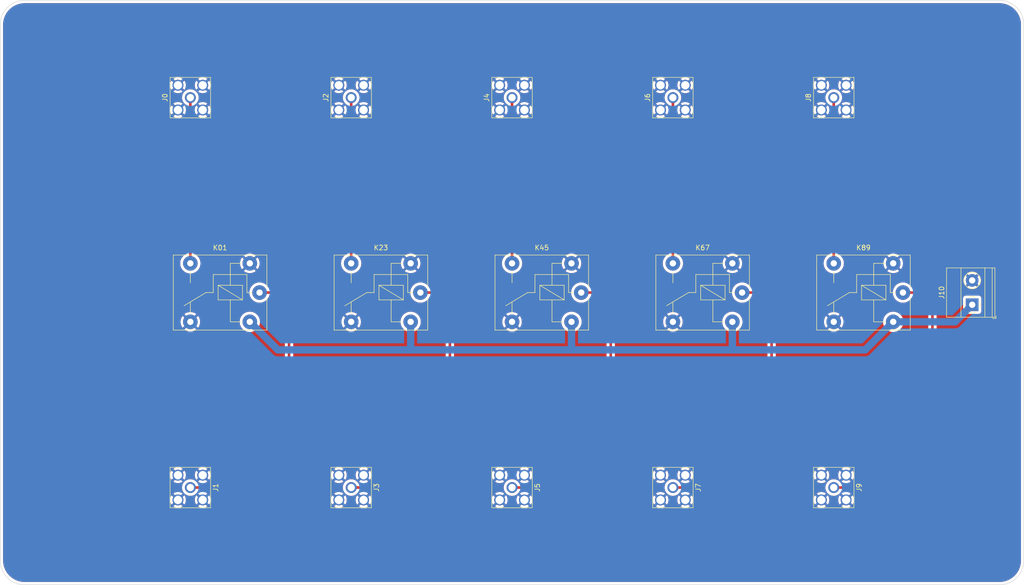
<source format=kicad_pcb>
(kicad_pcb (version 20211014) (generator pcbnew)
  (layers (0 "F.Cu" signal) (31 "B.Cu" signal) (34 "B.Paste" user) (35 "F.Paste" user) (36 "B.SilkS" user "B.Silkscreen") (37 "F.SilkS" user "F.Silkscreen") (38 "B.Mask" user) (39 "F.Mask" user) (44 "Edge.Cuts" user))
  (net 0 "")
  (net 1 "Net-(J0-Pad1)")
  (net 2 "GND")
  (net 3 "Net-(J1-Pad1)")
  (net 4 "Net-(J2-Pad1)")
  (net 5 "Net-(J3-Pad1)")
  (net 6 "Net-(J4-Pad1)")
  (net 7 "Net-(J5-Pad1)")
  (net 8 "Net-(J6-Pad1)")
  (net 9 "Net-(J7-Pad1)")
  (net 10 "Net-(J8-Pad1)")
  (net 11 "Net-(J9-Pad1)")
  (net 12 "+12V")
  (footprint "Connector_Coaxial:SMA_Amphenol_132203-12_Horizontal" (layer "F.Cu") (at 85.7 128.25 180)
    (fp_text reference "J1" (at -5.2 0 90) (layer "F.SilkS"))
    (fp_text value "SMA Connector")
    (fp_line (start -4.15 4.15) (end 4.15 4.15) (layer "F.SilkS") (width 0.12))
    (fp_line (start -4.15 -4.15) (end -4.15 4.15) (layer "F.SilkS") (width 0.12))
    (fp_line (start 4.15 -4.15) (end 4.15 4.15) (layer "F.SilkS") (width 0.12))
    (fp_line (start -4.15 -4.15) (end 4.15 -4.15) (layer "F.SilkS") (width 0.12))
    (pad "1" thru_hole circle (at 0 0 180) (size 2.25 2.25) (drill 1.5) (layers *.Cu *.Mask) (net 3 "Net-(J1-Pad1)"))
    (pad "2" thru_hole circle (at -2.54 -2.54 180) (size 2.25 2.25) (drill 1.7) (layers *.Cu *.Mask) (net 2 "GND"))
    (pad "2" thru_hole circle (at 2.54 2.54 270) (size 2.25 2.25) (drill 1.7) (layers *.Cu *.Mask) (net 2 "GND"))
    (pad "2" thru_hole circle (at 2.54 -2.54 180) (size 2.25 2.25) (drill 1.7) (layers *.Cu *.Mask) (net 2 "GND"))
    (pad "2" thru_hole circle (at -2.54 2.54 180) (size 2.25 2.25) (drill 1.7) (layers *.Cu *.Mask) (net 2 "GND"))
  )
  (footprint "Connector_Coaxial:SMA_Amphenol_132203-12_Horizontal" (layer "F.Cu") (at 151.7 128.25 180)
    (fp_text reference "J5" (at -5.2 0 90) (layer "F.SilkS"))
    (fp_text value "SMA Connector")
    (fp_line (start -4.15 4.15) (end 4.15 4.15) (layer "F.SilkS") (width 0.12))
    (fp_line (start -4.15 -4.15) (end -4.15 4.15) (layer "F.SilkS") (width 0.12))
    (fp_line (start 4.15 -4.15) (end 4.15 4.15) (layer "F.SilkS") (width 0.12))
    (fp_line (start -4.15 -4.15) (end 4.15 -4.15) (layer "F.SilkS") (width 0.12))
    (pad "1" thru_hole circle (at 0 0 180) (size 2.25 2.25) (drill 1.5) (layers *.Cu *.Mask) (net 7 "Net-(J5-Pad1)"))
    (pad "2" thru_hole circle (at -2.54 -2.54 180) (size 2.25 2.25) (drill 1.7) (layers *.Cu *.Mask) (net 2 "GND"))
    (pad "2" thru_hole circle (at 2.54 -2.54 180) (size 2.25 2.25) (drill 1.7) (layers *.Cu *.Mask) (net 2 "GND"))
    (pad "2" thru_hole circle (at -2.54 2.54 180) (size 2.25 2.25) (drill 1.7) (layers *.Cu *.Mask) (net 2 "GND"))
    (pad "2" thru_hole circle (at 2.54 2.54 270) (size 2.25 2.25) (drill 1.7) (layers *.Cu *.Mask) (net 2 "GND"))
  )
  (footprint "Connector_Coaxial:SMA_Amphenol_132203-12_Horizontal" (layer "F.Cu") (at 85.7 48.25)
    (fp_text reference "J0" (at -5.2 0 90) (layer "F.SilkS"))
    (fp_text value "SMA Connector")
    (fp_line (start -4.15 -4.15) (end -4.15 4.15) (layer "F.SilkS") (width 0.12))
    (fp_line (start -4.15 -4.15) (end 4.15 -4.15) (layer "F.SilkS") (width 0.12))
    (fp_line (start 4.15 -4.15) (end 4.15 4.15) (layer "F.SilkS") (width 0.12))
    (fp_line (start -4.15 4.15) (end 4.15 4.15) (layer "F.SilkS") (width 0.12))
    (pad "1" thru_hole circle (at 0 0) (size 2.25 2.25) (drill 1.5) (layers *.Cu *.Mask) (net 1 "Net-(J0-Pad1)"))
    (pad "2" thru_hole circle (at 2.54 -2.54) (size 2.25 2.25) (drill 1.7) (layers *.Cu *.Mask) (net 2 "GND"))
    (pad "2" thru_hole circle (at -2.54 2.54) (size 2.25 2.25) (drill 1.7) (layers *.Cu *.Mask) (net 2 "GND"))
    (pad "2" thru_hole circle (at -2.54 -2.54) (size 2.25 2.25) (drill 1.7) (layers *.Cu *.Mask) (net 2 "GND"))
    (pad "2" thru_hole circle (at 2.54 2.54 90) (size 2.25 2.25) (drill 1.7) (layers *.Cu *.Mask) (net 2 "GND"))
  )
  (footprint "Connector_Coaxial:SMA_Amphenol_132203-12_Horizontal" (layer "F.Cu") (at 118.7 48.25)
    (fp_text reference "J2" (at -5.2 0 90) (layer "F.SilkS"))
    (fp_text value "SMA Connector")
    (fp_line (start -4.15 4.15) (end 4.15 4.15) (layer "F.SilkS") (width 0.12))
    (fp_line (start -4.15 -4.15) (end -4.15 4.15) (layer "F.SilkS") (width 0.12))
    (fp_line (start -4.15 -4.15) (end 4.15 -4.15) (layer "F.SilkS") (width 0.12))
    (fp_line (start 4.15 -4.15) (end 4.15 4.15) (layer "F.SilkS") (width 0.12))
    (pad "1" thru_hole circle (at 0 0) (size 2.25 2.25) (drill 1.5) (layers *.Cu *.Mask) (net 4 "Net-(J2-Pad1)"))
    (pad "2" thru_hole circle (at -2.54 2.54) (size 2.25 2.25) (drill 1.7) (layers *.Cu *.Mask) (net 2 "GND"))
    (pad "2" thru_hole circle (at 2.54 2.54 90) (size 2.25 2.25) (drill 1.7) (layers *.Cu *.Mask) (net 2 "GND"))
    (pad "2" thru_hole circle (at 2.54 -2.54) (size 2.25 2.25) (drill 1.7) (layers *.Cu *.Mask) (net 2 "GND"))
    (pad "2" thru_hole circle (at -2.54 -2.54) (size 2.25 2.25) (drill 1.7) (layers *.Cu *.Mask) (net 2 "GND"))
  )
  (footprint "Relay_THT:Relay_SPDT_Finder_36.11" (layer "F.Cu") (at 198.9 88.25 180)
    (fp_text reference "K67" (at 8.1 9.2) (layer "F.SilkS"))
    (fp_text value "FINDER-36.11")
    (fp_line (start -1.5 -7.7) (end 17.7 -7.7) (layer "F.SilkS") (width 0.12))
    (fp_line (start 9.5 3.7) (end 2.6 3.7) (layer "F.SilkS") (width 0.12))
    (fp_line (start 14.2 4.3) (end 14.2 2) (layer "F.SilkS") (width 0.12))
    (fp_line (start 3.5 1.5) (end 3.5 -1.5) (layer "F.SilkS") (width 0.12))
    (fp_line (start 17.7 -7.7) (end 17.7 7.7) (layer "F.SilkS") (width 0.12))
    (fp_line (start 2.6 0) (end 2.6 3.7) (layer "F.SilkS") (width 0.12))
    (fp_line (start 9.5 0) (end 9.5 3.7) (layer "F.SilkS") (width 0.12))
    (fp_line (start 3.5 -1.5) (end 8.5 -1.5) (layer "F.SilkS") (width 0.12))
    (fp_line (start 3.7 6) (end 6 6) (layer "F.SilkS") (width 0.12))
    (fp_line (start 2.6 0) (end 1.7 0) (layer "F.SilkS") (width 0.12))
    (fp_line (start 11 0) (end 15.5 -2.7) (layer "F.SilkS") (width 0.12))
    (fp_line (start 14.2 -4.3) (end 14.2 -2) (layer "F.SilkS") (width 0.12))
    (fp_line (start 6 1.5) (end 6 6) (layer "F.SilkS") (width 0.12))
    (fp_line (start -1.5 1.2) (end -1.5 7.7) (layer "F.SilkS") (width 0.12))
    (fp_line (start 9.5 0) (end 11 0) (layer "F.SilkS") (width 0.12))
    (fp_line (start 8.5 1.5) (end 3.5 -1.5) (layer "F.SilkS") (width 0.12))
    (fp_line (start 6 -6) (end 6 -1.5) (layer "F.SilkS") (width 0.12))
    (fp_line (start -1.5 -7.7) (end -1.5 -1.2) (layer "F.SilkS") (width 0.12))
    (fp_line (start 8.5 -1.5) (end 8.5 1.5) (layer "F.SilkS") (width 0.12))
    (fp_line (start 6 -6) (end 3.7 -6) (layer "F.SilkS") (width 0.12))
    (fp_line (start 8.5 1.5) (end 3.5 1.5) (layer "F.SilkS") (width 0.12))
    (fp_line (start 17.7 7.7) (end -1.5 7.7) (layer "F.SilkS") (width 0.12))
    (pad "11" thru_hole circle (at 0 0 180) (size 3 3) (drill 1.3) (layers *.Cu *.Mask) (net 9 "Net-(J7-Pad1)"))
    (pad "12" thru_hole circle (at 14.2 -6 180) (size 3 3) (drill 1.3) (layers *.Cu *.Mask) (net 2 "GND"))
    (pad "14" thru_hole circle (at 14.2 6 180) (size 3 3) (drill 1.3) (layers *.Cu *.Mask) (net 8 "Net-(J6-Pad1)"))
    (pad "A1" thru_hole circle (at 2 6 180) (size 3 3) (drill 1.3) (layers *.Cu *.Mask) (net 2 "GND"))
    (pad "A2" thru_hole circle (at 2 -6 180) (size 3 3) (drill 1.3) (layers *.Cu *.Mask) (net 12 "+12V"))
  )
  (footprint "Relay_THT:Relay_SPDT_Finder_36.11" (layer "F.Cu") (at 132.9 88.25 180)
    (fp_text reference "K23" (at 8.1 9.2) (layer "F.SilkS"))
    (fp_text value "FINDER-36.11")
    (fp_line (start 14.2 -4.3) (end 14.2 -2) (layer "F.SilkS") (width 0.12))
    (fp_line (start 8.5 -1.5) (end 8.5 1.5) (layer "F.SilkS") (width 0.12))
    (fp_line (start -1.5 -7.7) (end -1.5 -1.2) (layer "F.SilkS") (width 0.12))
    (fp_line (start 17.7 -7.7) (end 17.7 7.7) (layer "F.SilkS") (width 0.12))
    (fp_line (start 8.5 1.5) (end 3.5 1.5) (layer "F.SilkS") (width 0.12))
    (fp_line (start 8.5 1.5) (end 3.5 -1.5) (layer "F.SilkS") (width 0.12))
    (fp_line (start 17.7 7.7) (end -1.5 7.7) (layer "F.SilkS") (width 0.12))
    (fp_line (start 3.5 -1.5) (end 8.5 -1.5) (layer "F.SilkS") (width 0.12))
    (fp_line (start 6 -6) (end 6 -1.5) (layer "F.SilkS") (width 0.12))
    (fp_line (start 9.5 3.7) (end 2.6 3.7) (layer "F.SilkS") (width 0.12))
    (fp_line (start 2.6 0) (end 1.7 0) (layer "F.SilkS") (width 0.12))
    (fp_line (start 6 1.5) (end 6 6) (layer "F.SilkS") (width 0.12))
    (fp_line (start 3.7 6) (end 6 6) (layer "F.SilkS") (width 0.12))
    (fp_line (start 11 0) (end 15.5 -2.7) (layer "F.SilkS") (width 0.12))
    (fp_line (start 9.5 0) (end 11 0) (layer "F.SilkS") (width 0.12))
    (fp_line (start 3.5 1.5) (end 3.5 -1.5) (layer "F.SilkS") (width 0.12))
    (fp_line (start 6 -6) (end 3.7 -6) (layer "F.SilkS") (width 0.12))
    (fp_line (start 14.2 4.3) (end 14.2 2) (layer "F.SilkS") (width 0.12))
    (fp_line (start 2.6 0) (end 2.6 3.7) (layer "F.SilkS") (width 0.12))
    (fp_line (start -1.5 -7.7) (end 17.7 -7.7) (layer "F.SilkS") (width 0.12))
    (fp_line (start 9.5 0) (end 9.5 3.7) (layer "F.SilkS") (width 0.12))
    (fp_line (start -1.5 1.2) (end -1.5 7.7) (layer "F.SilkS") (width 0.12))
    (pad "11" thru_hole circle (at 0 0 180) (size 3 3) (drill 1.3) (layers *.Cu *.Mask) (net 5 "Net-(J3-Pad1)"))
    (pad "12" thru_hole circle (at 14.2 -6 180) (size 3 3) (drill 1.3) (layers *.Cu *.Mask) (net 2 "GND"))
    (pad "14" thru_hole circle (at 14.2 6 180) (size 3 3) (drill 1.3) (layers *.Cu *.Mask) (net 4 "Net-(J2-Pad1)"))
    (pad "A1" thru_hole circle (at 2 6 180) (size 3 3) (drill 1.3) (layers *.Cu *.Mask) (net 2 "GND"))
    (pad "A2" thru_hole circle (at 2 -6 180) (size 3 3) (drill 1.3) (layers *.Cu *.Mask) (net 12 "+12V"))
  )
  (footprint "Relay_THT:Relay_SPDT_Finder_36.11" (layer "F.Cu") (at 165.9 88.25 180)
    (fp_text reference "K45" (at 8.1 9.2) (layer "F.SilkS"))
    (fp_text value "FINDER-36.11")
    (fp_line (start -1.5 -7.7) (end 17.7 -7.7) (layer "F.SilkS") (width 0.12))
    (fp_line (start 8.5 1.5) (end 3.5 -1.5) (layer "F.SilkS") (width 0.12))
    (fp_line (start 2.6 0) (end 2.6 3.7) (layer "F.SilkS") (width 0.12))
    (fp_line (start 6 -6) (end 6 -1.5) (layer "F.SilkS") (width 0.12))
    (fp_line (start -1.5 -7.7) (end -1.5 -1.2) (layer "F.SilkS") (width 0.12))
    (fp_line (start 14.2 4.3) (end 14.2 2) (layer "F.SilkS") (width 0.12))
    (fp_line (start 9.5 0) (end 9.5 3.7) (layer "F.SilkS") (width 0.12))
    (fp_line (start 9.5 0) (end 11 0) (layer "F.SilkS") (width 0.12))
    (fp_line (start 8.5 1.5) (end 3.5 1.5) (layer "F.SilkS") (width 0.12))
    (fp_line (start -1.5 1.2) (end -1.5 7.7) (layer "F.SilkS") (width 0.12))
    (fp_line (start 6 -6) (end 3.7 -6) (layer "F.SilkS") (width 0.12))
    (fp_line (start 2.6 0) (end 1.7 0) (layer "F.SilkS") (width 0.12))
    (fp_line (start 3.5 -1.5) (end 8.5 -1.5) (layer "F.SilkS") (width 0.12))
    (fp_line (start 3.5 1.5) (end 3.5 -1.5) (layer "F.SilkS") (width 0.12))
    (fp_line (start 17.7 7.7) (end -1.5 7.7) (layer "F.SilkS") (width 0.12))
    (fp_line (start 17.7 -7.7) (end 17.7 7.7) (layer "F.SilkS") (width 0.12))
    (fp_line (start 8.5 -1.5) (end 8.5 1.5) (layer "F.SilkS") (width 0.12))
    (fp_line (start 6 1.5) (end 6 6) (layer "F.SilkS") (width 0.12))
    (fp_line (start 9.5 3.7) (end 2.6 3.7) (layer "F.SilkS") (width 0.12))
    (fp_line (start 3.7 6) (end 6 6) (layer "F.SilkS") (width 0.12))
    (fp_line (start 14.2 -4.3) (end 14.2 -2) (layer "F.SilkS") (width 0.12))
    (fp_line (start 11 0) (end 15.5 -2.7) (layer "F.SilkS") (width 0.12))
    (pad "11" thru_hole circle (at 0 0 180) (size 3 3) (drill 1.3) (layers *.Cu *.Mask) (net 7 "Net-(J5-Pad1)"))
    (pad "12" thru_hole circle (at 14.2 -6 180) (size 3 3) (drill 1.3) (layers *.Cu *.Mask) (net 2 "GND"))
    (pad "14" thru_hole circle (at 14.2 6 180) (size 3 3) (drill 1.3) (layers *.Cu *.Mask) (net 6 "Net-(J4-Pad1)"))
    (pad "A1" thru_hole circle (at 2 6 180) (size 3 3) (drill 1.3) (layers *.Cu *.Mask) (net 2 "GND"))
    (pad "A2" thru_hole circle (at 2 -6 180) (size 3 3) (drill 1.3) (layers *.Cu *.Mask) (net 12 "+12V"))
  )
  (footprint "Connector_Coaxial:SMA_Amphenol_132203-12_Horizontal" (layer "F.Cu") (at 184.7 48.25)
    (fp_text reference "J6" (at -5.2 0 90) (layer "F.SilkS"))
    (fp_text value "SMA Connector")
    (fp_line (start -4.15 4.15) (end 4.15 4.15) (layer "F.SilkS") (width 0.12))
    (fp_line (start -4.15 -4.15) (end -4.15 4.15) (layer "F.SilkS") (width 0.12))
    (fp_line (start 4.15 -4.15) (end 4.15 4.15) (layer "F.SilkS") (width 0.12))
    (fp_line (start -4.15 -4.15) (end 4.15 -4.15) (layer "F.SilkS") (width 0.12))
    (pad "1" thru_hole circle (at 0 0) (size 2.25 2.25) (drill 1.5) (layers *.Cu *.Mask) (net 8 "Net-(J6-Pad1)"))
    (pad "2" thru_hole circle (at -2.54 2.54) (size 2.25 2.25) (drill 1.7) (layers *.Cu *.Mask) (net 2 "GND"))
    (pad "2" thru_hole circle (at 2.54 2.54 90) (size 2.25 2.25) (drill 1.7) (layers *.Cu *.Mask) (net 2 "GND"))
    (pad "2" thru_hole circle (at -2.54 -2.54) (size 2.25 2.25) (drill 1.7) (layers *.Cu *.Mask) (net 2 "GND"))
    (pad "2" thru_hole circle (at 2.54 -2.54) (size 2.25 2.25) (drill 1.7) (layers *.Cu *.Mask) (net 2 "GND"))
  )
  (footprint "Relay_THT:Relay_SPDT_Finder_36.11" (layer "F.Cu") (at 231.9 88.25 180)
    (fp_text reference "K89" (at 8.1 9.2) (layer "F.SilkS"))
    (fp_text value "FINDER-36.11")
    (fp_line (start 14.2 4.3) (end 14.2 2) (layer "F.SilkS") (width 0.12))
    (fp_line (start 3.5 -1.5) (end 8.5 -1.5) (layer "F.SilkS") (width 0.12))
    (fp_line (start -1.5 -7.7) (end -1.5 -1.2) (layer "F.SilkS") (width 0.12))
    (fp_line (start 9.5 0) (end 9.5 3.7) (layer "F.SilkS") (width 0.12))
    (fp_line (start 3.5 1.5) (end 3.5 -1.5) (layer "F.SilkS") (width 0.12))
    (fp_line (start 8.5 1.5) (end 3.5 1.5) (layer "F.SilkS") (width 0.12))
    (fp_line (start 9.5 0) (end 11 0) (layer "F.SilkS") (width 0.12))
    (fp_line (start 8.5 1.5) (end 3.5 -1.5) (layer "F.SilkS") (width 0.12))
    (fp_line (start 17.7 -7.7) (end 17.7 7.7) (layer "F.SilkS") (width 0.12))
    (fp_line (start 2.6 0) (end 2.6 3.7) (layer "F.SilkS") (width 0.12))
    (fp_line (start 17.7 7.7) (end -1.5 7.7) (layer "F.SilkS") (width 0.12))
    (fp_line (start 6 -6) (end 6 -1.5) (layer "F.SilkS") (width 0.12))
    (fp_line (start 14.2 -4.3) (end 14.2 -2) (layer "F.SilkS") (width 0.12))
    (fp_line (start 3.7 6) (end 6 6) (layer "F.SilkS") (width 0.12))
    (fp_line (start -1.5 -7.7) (end 17.7 -7.7) (layer "F.SilkS") (width 0.12))
    (fp_line (start 6 -6) (end 3.7 -6) (layer "F.SilkS") (width 0.12))
    (fp_line (start 9.5 3.7) (end 2.6 3.7) (layer "F.SilkS") (width 0.12))
    (fp_line (start -1.5 1.2) (end -1.5 7.7) (layer "F.SilkS") (width 0.12))
    (fp_line (start 11 0) (end 15.5 -2.7) (layer "F.SilkS") (width 0.12))
    (fp_line (start 2.6 0) (end 1.7 0) (layer "F.SilkS") (width 0.12))
    (fp_line (start 6 1.5) (end 6 6) (layer "F.SilkS") (width 0.12))
    (fp_line (start 8.5 -1.5) (end 8.5 1.5) (layer "F.SilkS") (width 0.12))
    (pad "11" thru_hole circle (at 0 0 180) (size 3 3) (drill 1.3) (layers *.Cu *.Mask) (net 11 "Net-(J9-Pad1)"))
    (pad "12" thru_hole circle (at 14.2 -6 180) (size 3 3) (drill 1.3) (layers *.Cu *.Mask) (net 2 "GND"))
    (pad "14" thru_hole circle (at 14.2 6 180) (size 3 3) (drill 1.3) (layers *.Cu *.Mask) (net 10 "Net-(J8-Pad1)"))
    (pad "A1" thru_hole circle (at 2 6 180) (size 3 3) (drill 1.3) (layers *.Cu *.Mask) (net 2 "GND"))
    (pad "A2" thru_hole circle (at 2 -6 180) (size 3 3) (drill 1.3) (layers *.Cu *.Mask) (net 12 "+12V"))
  )
  (footprint "Connector_Coaxial:SMA_Amphenol_132203-12_Horizontal" (layer "F.Cu") (at 151.7 48.25)
    (fp_text reference "J4" (at -5.2 0 90) (layer "F.SilkS"))
    (fp_text value "SMA Connector")
    (fp_line (start -4.15 4.15) (end 4.15 4.15) (layer "F.SilkS") (width 0.12))
    (fp_line (start 4.15 -4.15) (end 4.15 4.15) (layer "F.SilkS") (width 0.12))
    (fp_line (start -4.15 -4.15) (end -4.15 4.15) (layer "F.SilkS") (width 0.12))
    (fp_line (start -4.15 -4.15) (end 4.15 -4.15) (layer "F.SilkS") (width 0.12))
    (pad "1" thru_hole circle (at 0 0) (size 2.25 2.25) (drill 1.5) (layers *.Cu *.Mask) (net 6 "Net-(J4-Pad1)"))
    (pad "2" thru_hole circle (at -2.54 -2.54) (size 2.25 2.25) (drill 1.7) (layers *.Cu *.Mask) (net 2 "GND"))
    (pad "2" thru_hole circle (at 2.54 2.54 90) (size 2.25 2.25) (drill 1.7) (layers *.Cu *.Mask) (net 2 "GND"))
    (pad "2" thru_hole circle (at -2.54 2.54) (size 2.25 2.25) (drill 1.7) (layers *.Cu *.Mask) (net 2 "GND"))
    (pad "2" thru_hole circle (at 2.54 -2.54) (size 2.25 2.25) (drill 1.7) (layers *.Cu *.Mask) (net 2 "GND"))
  )
  (footprint "Connector_Coaxial:SMA_Amphenol_132203-12_Horizontal" (layer "F.Cu") (at 217.7 128.25 180)
    (fp_text reference "J9" (at -5.2 0 90) (layer "F.SilkS"))
    (fp_text value "SMA Connector")
    (fp_line (start 4.15 -4.15) (end 4.15 4.15) (layer "F.SilkS") (width 0.12))
    (fp_line (start -4.15 4.15) (end 4.15 4.15) (layer "F.SilkS") (width 0.12))
    (fp_line (start -4.15 -4.15) (end 4.15 -4.15) (layer "F.SilkS") (width 0.12))
    (fp_line (start -4.15 -4.15) (end -4.15 4.15) (layer "F.SilkS") (width 0.12))
    (pad "1" thru_hole circle (at 0 0 180) (size 2.25 2.25) (drill 1.5) (layers *.Cu *.Mask) (net 11 "Net-(J9-Pad1)"))
    (pad "2" thru_hole circle (at 2.54 -2.54 180) (size 2.25 2.25) (drill 1.7) (layers *.Cu *.Mask) (net 2 "GND"))
    (pad "2" thru_hole circle (at -2.54 -2.54 180) (size 2.25 2.25) (drill 1.7) (layers *.Cu *.Mask) (net 2 "GND"))
    (pad "2" thru_hole circle (at 2.54 2.54 270) (size 2.25 2.25) (drill 1.7) (layers *.Cu *.Mask) (net 2 "GND"))
    (pad "2" thru_hole circle (at -2.54 2.54 180) (size 2.25 2.25) (drill 1.7) (layers *.Cu *.Mask) (net 2 "GND"))
  )
  (footprint "Connector_Coaxial:SMA_Amphenol_132203-12_Horizontal" (layer "F.Cu") (at 184.7 128.25 180)
    (fp_text reference "J7" (at -5.2 0 90) (layer "F.SilkS"))
    (fp_text value "SMA Connector")
    (fp_line (start -4.15 -4.15) (end -4.15 4.15) (layer "F.SilkS") (width 0.12))
    (fp_line (start 4.15 -4.15) (end 4.15 4.15) (layer "F.SilkS") (width 0.12))
    (fp_line (start -4.15 4.15) (end 4.15 4.15) (layer "F.SilkS") (width 0.12))
    (fp_line (start -4.15 -4.15) (end 4.15 -4.15) (layer "F.SilkS") (width 0.12))
    (pad "1" thru_hole circle (at 0 0 180) (size 2.25 2.25) (drill 1.5) (layers *.Cu *.Mask) (net 9 "Net-(J7-Pad1)"))
    (pad "2" thru_hole circle (at 2.54 2.54 270) (size 2.25 2.25) (drill 1.7) (layers *.Cu *.Mask) (net 2 "GND"))
    (pad "2" thru_hole circle (at 2.54 -2.54 180) (size 2.25 2.25) (drill 1.7) (layers *.Cu *.Mask) (net 2 "GND"))
    (pad "2" thru_hole circle (at -2.54 2.54 180) (size 2.25 2.25) (drill 1.7) (layers *.Cu *.Mask) (net 2 "GND"))
    (pad "2" thru_hole circle (at -2.54 -2.54 180) (size 2.25 2.25) (drill 1.7) (layers *.Cu *.Mask) (net 2 "GND"))
  )
  (footprint "Connector_Coaxial:SMA_Amphenol_132203-12_Horizontal" (layer "F.Cu") (at 118.7 128.25 180)
    (fp_text reference "J3" (at -5.2 0 90) (layer "F.SilkS"))
    (fp_text value "SMA Connector")
    (fp_line (start -4.15 -4.15) (end 4.15 -4.15) (layer "F.SilkS") (width 0.12))
    (fp_line (start -4.15 -4.15) (end -4.15 4.15) (layer "F.SilkS") (width 0.12))
    (fp_line (start -4.15 4.15) (end 4.15 4.15) (layer "F.SilkS") (width 0.12))
    (fp_line (start 4.15 -4.15) (end 4.15 4.15) (layer "F.SilkS") (width 0.12))
    (pad "1" thru_hole circle (at 0 0 180) (size 2.25 2.25) (drill 1.5) (layers *.Cu *.Mask) (net 5 "Net-(J3-Pad1)"))
    (pad "2" thru_hole circle (at -2.54 -2.54 180) (size 2.25 2.25) (drill 1.7) (layers *.Cu *.Mask) (net 2 "GND"))
    (pad "2" thru_hole circle (at 2.54 2.54 270) (size 2.25 2.25) (drill 1.7) (layers *.Cu *.Mask) (net 2 "GND"))
    (pad "2" thru_hole circle (at 2.54 -2.54 180) (size 2.25 2.25) (drill 1.7) (layers *.Cu *.Mask) (net 2 "GND"))
    (pad "2" thru_hole circle (at -2.54 2.54 180) (size 2.25 2.25) (drill 1.7) (layers *.Cu *.Mask) (net 2 "GND"))
  )
  (footprint "Connector_Coaxial:SMA_Amphenol_132203-12_Horizontal" (layer "F.Cu") (at 217.7 48.25)
    (fp_text reference "J8" (at -5.2 0 90) (layer "F.SilkS"))
    (fp_text value "SMA Connector")
    (fp_line (start -4.15 -4.15) (end 4.15 -4.15) (layer "F.SilkS") (width 0.12))
    (fp_line (start -4.15 -4.15) (end -4.15 4.15) (layer "F.SilkS") (width 0.12))
    (fp_line (start -4.15 4.15) (end 4.15 4.15) (layer "F.SilkS") (width 0.12))
    (fp_line (start 4.15 -4.15) (end 4.15 4.15) (layer "F.SilkS") (width 0.12))
    (pad "1" thru_hole circle (at 0 0) (size 2.25 2.25) (drill 1.5) (layers *.Cu *.Mask) (net 10 "Net-(J8-Pad1)"))
    (pad "2" thru_hole circle (at 2.54 2.54 90) (size 2.25 2.25) (drill 1.7) (layers *.Cu *.Mask) (net 2 "GND"))
    (pad "2" thru_hole circle (at 2.54 -2.54) (size 2.25 2.25) (drill 1.7) (layers *.Cu *.Mask) (net 2 "GND"))
    (pad "2" thru_hole circle (at -2.54 -2.54) (size 2.25 2.25) (drill 1.7) (layers *.Cu *.Mask) (net 2 "GND"))
    (pad "2" thru_hole circle (at -2.54 2.54) (size 2.25 2.25) (drill 1.7) (layers *.Cu *.Mask) (net 2 "GND"))
  )
  (footprint "Relay_THT:Relay_SPDT_Finder_36.11" (layer "F.Cu") (at 99.9 88.25 180)
    (fp_text reference "K01" (at 8.1 9.2) (layer "F.SilkS"))
    (fp_text value "FINDER-36.11")
    (fp_line (start 3.5 -1.5) (end 8.5 -1.5) (layer "F.SilkS") (width 0.12))
    (fp_line (start 8.5 1.5) (end 3.5 1.5) (layer "F.SilkS") (width 0.12))
    (fp_line (start 9.5 3.7) (end 2.6 3.7) (layer "F.SilkS") (width 0.12))
    (fp_line (start 2.6 0) (end 1.7 0) (layer "F.SilkS") (width 0.12))
    (fp_line (start -1.5 1.2) (end -1.5 7.7) (layer "F.SilkS") (width 0.12))
    (fp_line (start 11 0) (end 15.5 -2.7) (layer "F.SilkS") (width 0.12))
    (fp_line (start -1.5 -7.7) (end -1.5 -1.2) (layer "F.SilkS") (width 0.12))
    (fp_line (start 17.7 7.7) (end -1.5 7.7) (layer "F.SilkS") (width 0.12))
    (fp_line (start 6 -6) (end 6 -1.5) (layer "F.SilkS") (width 0.12))
    (fp_line (start 8.5 1.5) (end 3.5 -1.5) (layer "F.SilkS") (width 0.12))
    (fp_line (start 14.2 4.3) (end 14.2 2) (layer "F.SilkS") (width 0.12))
    (fp_line (start 9.5 0) (end 9.5 3.7) (layer "F.SilkS") (width 0.12))
    (fp_line (start 2.6 0) (end 2.6 3.7) (layer "F.SilkS") (width 0.12))
    (fp_line (start 3.7 6) (end 6 6) (layer "F.SilkS") (width 0.12))
    (fp_line (start 3.5 1.5) (end 3.5 -1.5) (layer "F.SilkS") (width 0.12))
    (fp_line (start 6 1.5) (end 6 6) (layer "F.SilkS") (width 0.12))
    (fp_line (start 9.5 0) (end 11 0) (layer "F.SilkS") (width 0.12))
    (fp_line (start 17.7 -7.7) (end 17.7 7.7) (layer "F.SilkS") (width 0.12))
    (fp_line (start 6 -6) (end 3.7 -6) (layer "F.SilkS") (width 0.12))
    (fp_line (start 14.2 -4.3) (end 14.2 -2) (layer "F.SilkS") (width 0.12))
    (fp_line (start 8.5 -1.5) (end 8.5 1.5) (layer "F.SilkS") (width 0.12))
    (fp_line (start -1.5 -7.7) (end 17.7 -7.7) (layer "F.SilkS") (width 0.12))
    (pad "11" thru_hole circle (at 0 0 180) (size 3 3) (drill 1.3) (layers *.Cu *.Mask) (net 3 "Net-(J1-Pad1)"))
    (pad "12" thru_hole circle (at 14.2 -6 180) (size 3 3) (drill 1.3) (layers *.Cu *.Mask) (net 2 "GND"))
    (pad "14" thru_hole circle (at 14.2 6 180) (size 3 3) (drill 1.3) (layers *.Cu *.Mask) (net 1 "Net-(J0-Pad1)"))
    (pad "A1" thru_hole circle (at 2 6 180) (size 3 3) (drill 1.3) (layers *.Cu *.Mask) (net 2 "GND"))
    (pad "A2" thru_hole circle (at 2 -6 180) (size 3 3) (drill 1.3) (layers *.Cu *.Mask) (net 12 "+12V"))
  )
  (footprint "TerminalBlock_Phoenix:TerminalBlock_Phoenix_MKDS-1,5-2_1x02_P5.00mm_Horizontal" (layer "F.Cu") (at 246.105001 90.75 90)
    (fp_text reference "J10" (at 2.5 -6.26 90) (layer "F.SilkS"))
    (fp_text value "Screw_Terminal_01x02")
    (fp_line (start -2.8 4.9) (end -2.3 4.9) (layer "F.SilkS") (width 0.12))
    (fp_line (start -2.56 -2.301) (end 7.56 -2.301) (layer "F.SilkS") (width 0.12))
    (fp_line (start -2.56 4.66) (end 7.56 4.66) (layer "F.SilkS") (width 0.12))
    (fp_line (start 6.07 -1.275) (end 6.035 -1.239) (layer "F.SilkS") (width 0.12))
    (fp_line (start -2.56 -5.261) (end 7.56 -5.261) (layer "F.SilkS") (width 0.12))
    (fp_line (start 3.966 1.239) (end 3.931 1.274) (layer "F.SilkS") (width 0.12))
    (fp_line (start 6.275 -1.069) (end 6.228 -1.023) (layer "F.SilkS") (width 0.12))
    (fp_line (start 3.773 1.023) (end 3.726 1.069) (layer "F.SilkS") (width 0.12))
    (fp_line (start -2.56 4.1) (end 7.56 4.1) (layer "F.SilkS") (width 0.12))
    (fp_line (start -2.56 2.6) (end 7.56 2.6) (layer "F.SilkS") (width 0.12))
    (fp_line (start -2.8 4.16) (end -2.8 4.9) (layer "F.SilkS") (width 0.12))
    (fp_line (start 7.56 -5.261) (end 7.56 4.66) (layer "F.SilkS") (width 0.12))
    (fp_line (start -2.56 -5.261) (end -2.56 4.66) (layer "F.SilkS") (width 0.12))
    (fp_arc (start 0.028805 1.680253) (mid -0.335551 1.646659) (end -0.684 1.535) (layer "F.SilkS") (width 0.12))
    (fp_arc (start 0.683318 1.534756) (mid 0.349292 1.643288) (end 0 1.68) (layer "F.SilkS") (width 0.12))
    (fp_arc (start -0.683042 -1.535427) (mid 0.000524 -1.680501) (end 0.684 -1.535) (layer "F.SilkS") (width 0.12))
    (fp_arc (start -1.535427 0.683042) (mid -1.680501 -0.000524) (end -1.535 -0.684) (layer "F.SilkS") (width 0.12))
    (fp_arc (start 1.535427 -0.683042) (mid 1.680501 0.000524) (end 1.535 0.684) (layer "F.SilkS") (width 0.12))
    (fp_circle (center 5 0) (end 6.68 0) (layer "F.SilkS") (width 0.12) (fill none))
    (pad "1" thru_hole rect (at 0 0 90) (size 2.6 2.6) (drill 1.3) (layers *.Cu *.Mask) (net 12 "+12V"))
    (pad "2" thru_hole circle (at 5 0 90) (size 2.6 2.6) (drill 1.3) (layers *.Cu *.Mask) (net 2 "GND"))
  )
  (gr_line (start 256.7 143.2) (end 256.7 33.3) (layer "Edge.Cuts") (width 0.1))
  (gr_line (start 46.7 33.3) (end 46.7 143.2) (layer "Edge.Cuts") (width 0.1))
  (gr_arc (start 51.7 148.2) (mid 48.164466 146.735534) (end 46.7 143.2) (layer "Edge.Cuts") (width 0.1))
  (gr_arc (start 251.7 28.3) (mid 255.235534 29.764466) (end 256.7 33.3) (layer "Edge.Cuts") (width 0.1))
  (gr_line (start 51.7 148.2) (end 251.7 148.2) (layer "Edge.Cuts") (width 0.1))
  (gr_arc (start 256.7 143.2) (mid 255.235534 146.735534) (end 251.7 148.2) (layer "Edge.Cuts") (width 0.1))
  (gr_arc (start 46.7 33.3) (mid 48.164466 29.764466) (end 51.7 28.3) (layer "Edge.Cuts") (width 0.1))
  (gr_line (start 251.7 28.3) (end 51.7 28.3) (layer "Edge.Cuts") (width 0.1))
  (segment (start 85.7 48.25) (end 85.7 82.25) (width 0.533) (layer "F.Cu") (net 1))
  (segment (start 103.75 88.25) (end 99.9 88.25) (width 0.533) (layer "F.Cu") (net 3))
  (segment (start 105.95 90.45) (end 103.75 88.25) (width 0.533) (layer "F.Cu") (net 3))
  (segment (start 105.95 126.25) (end 105.95 90.45) (width 0.533) (layer "F.Cu") (net 3))
  (segment (start 85.7 128.25) (end 103.95 128.25) (width 0.533) (layer "F.Cu") (net 3))
  (segment (start 103.95 128.25) (end 105.95 126.25) (width 0.533) (layer "F.Cu") (net 3))
  (segment (start 118.7 82.25) (end 118.7 48.25) (width 0.533) (layer "F.Cu") (net 4))
  (segment (start 138.95 126.25) (end 138.95 90.45) (width 0.533) (layer "F.Cu") (net 5))
  (segment (start 136.95 128.25) (end 138.95 126.25) (width 0.533) (layer "F.Cu") (net 5))
  (segment (start 136.75 88.25) (end 132.9 88.25) (width 0.533) (layer "F.Cu") (net 5))
  (segment (start 118.7 128.25) (end 136.95 128.25) (width 0.533) (layer "F.Cu") (net 5))
  (segment (start 138.95 90.45) (end 136.75 88.25) (width 0.533) (layer "F.Cu") (net 5))
  (segment (start 151.7 48.25) (end 151.7 82.25) (width 0.533) (layer "F.Cu") (net 6))
  (segment (start 171.95 90.45) (end 169.75 88.25) (width 0.533) (layer "F.Cu") (net 7))
  (segment (start 151.7 128.25) (end 169.95 128.25) (width 0.533) (layer "F.Cu") (net 7))
  (segment (start 171.95 126.25) (end 171.95 90.45) (width 0.533) (layer "F.Cu") (net 7))
  (segment (start 169.75 88.25) (end 165.9 88.25) (width 0.533) (layer "F.Cu") (net 7))
  (segment (start 169.95 128.25) (end 171.95 126.25) (width 0.533) (layer "F.Cu") (net 7))
  (segment (start 184.7 48.25) (end 184.7 82.25) (width 0.533) (layer "F.Cu") (net 8))
  (segment (start 202.95 128.25) (end 204.95 126.25) (width 0.533) (layer "F.Cu") (net 9))
  (segment (start 204.95 90.45) (end 202.75 88.25) (width 0.533) (layer "F.Cu") (net 9))
  (segment (start 202.75 88.25) (end 198.9 88.25) (width 0.533) (layer "F.Cu") (net 9))
  (segment (start 184.7 128.25) (end 202.95 128.25) (width 0.533) (layer "F.Cu") (net 9))
  (segment (start 204.95 126.25) (end 204.95 90.45) (width 0.533) (layer "F.Cu") (net 9))
  (segment (start 217.7 48.25) (end 217.7 82.25) (width 0.533) (layer "F.Cu") (net 10))
  (segment (start 235.95 128.25) (end 237.95 126.25) (width 0.533) (layer "F.Cu") (net 11))
  (segment (start 237.95 90.45) (end 235.75 88.25) (width 0.533) (layer "F.Cu") (net 11))
  (segment (start 217.7 128.25) (end 235.95 128.25) (width 0.533) (layer "F.Cu") (net 11))
  (segment (start 235.75 88.25) (end 231.9 88.25) (width 0.533) (layer "F.Cu") (net 11))
  (segment (start 237.95 126.25) (end 237.95 90.45) (width 0.533) (layer "F.Cu") (net 11))
  (segment (start 103.65 100) (end 130.8 100) (width 1.5) (layer "B.Cu") (net 12))
  (segment (start 130.9 94.25) (end 130.9 99.9) (width 1.5) (layer "B.Cu") (net 12))
  (segment (start 130.8 100) (end 164 100) (width 1.5) (layer "B.Cu") (net 12))
  (segment (start 224.15 100) (end 229.9 94.25) (width 1.5) (layer "B.Cu") (net 12))
  (segment (start 97.9 94.25) (end 103.65 100) (width 1.5) (layer "B.Cu") (net 12))
  (segment (start 229.9 94.25) (end 242.605001 94.25) (width 1.5) (layer "B.Cu") (net 12))
  (segment (start 163.9 99.9) (end 164 100) (width 0.75) (layer "B.Cu") (net 12))
  (segment (start 130.9 99.9) (end 130.8 100) (width 0.75) (layer "B.Cu") (net 12))
  (segment (start 196.9 94.25) (end 196.9 100) (width 1.5) (layer "B.Cu") (net 12))
  (segment (start 196.9 100) (end 224.15 100) (width 1.5) (layer "B.Cu") (net 12))
  (segment (start 164 100) (end 196.9 100) (width 1.5) (layer "B.Cu") (net 12))
  (segment (start 242.605001 94.25) (end 246.105001 90.75) (width 1.5) (layer "B.Cu") (net 12))
  (segment (start 163.9 94.25) (end 163.9 99.9) (width 1.5) (layer "B.Cu") (net 12))
  (zone (net 2) (net_name "GND") (layers F&B.Cu) (connect_pads (clearance 0.5842)) (min_thickness 0.254) (fill yes (thermal_gap 0.508) (thermal_bridge_width 0.508))
    (polygon (pts (xy 256.7 148.2) (xy 46.7 148.2) (xy 46.7 28.3) (xy 256.7 28.3)))
  )
)
</source>
